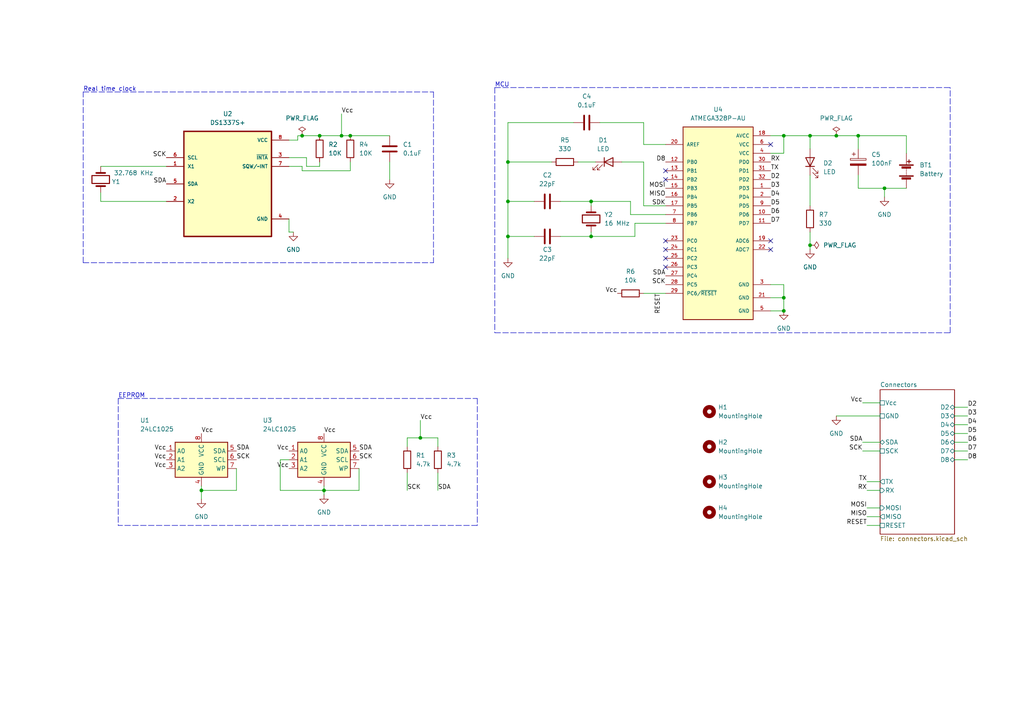
<source format=kicad_sch>
(kicad_sch (version 20211123) (generator eeschema)
  (paper "A4")
  (title_block (title "${project_name}") (date "2022-12-28") (rev "1"))
  (lib_symbols
    (symbol "ATMEGA328P-AU:ATMEGA328P-AU" (pin_names (offset 1.016))
      (property "Reference" "U4" (at 0 33.02 0))
      (property "Value" "ATMEGA328P-AU" (at 0 30.48 0))
      (symbol "ATMEGA328P-AU_0_0"
        (rectangle (start -10.16 -27.94) (end 10.16 27.94) (stroke (width 0.254)) (fill (type background)))
        (pin bidirectional line (at 15.24 10.16 180) (length 5.08) (name "PD3") (number "1"))
        (pin bidirectional line (at 15.24 2.54 180) (length 5.08) (name "PD6") (number "10"))
        (pin bidirectional line (at 15.24 0 180) (length 5.08) (name "PD7") (number "11"))
        (pin bidirectional line (at -15.24 17.78 0) (length 5.08) (name "PB0") (number "12"))
        (pin bidirectional line (at -15.24 15.24 0) (length 5.08) (name "PB1") (number "13"))
        (pin bidirectional line (at -15.24 12.7 0) (length 5.08) (name "PB2") (number "14"))
        (pin bidirectional line (at -15.24 10.16 0) (length 5.08) (name "PB3") (number "15"))
        (pin bidirectional line (at -15.24 7.62 0) (length 5.08) (name "PB4") (number "16"))
        (pin bidirectional line (at -15.24 5.08 0) (length 5.08) (name "PB5") (number "17"))
        (pin power_in line (at 15.24 25.4 180) (length 5.08) (name "AVCC") (number "18"))
        (pin bidirectional line (at 15.24 -5.08 180) (length 5.08) (name "ADC6") (number "19"))
        (pin bidirectional line (at 15.24 7.62 180) (length 5.08) (name "PD4") (number "2"))
        (pin input line (at -15.24 22.86 0) (length 5.08) (name "AREF") (number "20"))
        (pin power_in line (at 15.24 -21.59 180) (length 5.08) (name "GND") (number "21"))
        (pin bidirectional line (at 15.24 -7.62 180) (length 5.08) (name "ADC7") (number "22"))
        (pin bidirectional line (at -15.24 -5.08 0) (length 5.08) (name "PC0") (number "23"))
        (pin bidirectional line (at -15.24 -7.62 0) (length 5.08) (name "PC1") (number "24"))
        (pin bidirectional line (at -15.24 -10.16 0) (length 5.08) (name "PC2") (number "25"))
        (pin bidirectional line (at -15.24 -12.7 0) (length 5.08) (name "PC3") (number "26"))
        (pin bidirectional line (at -15.24 -15.24 0) (length 5.08) (name "PC4") (number "27"))
        (pin bidirectional line (at -15.24 -17.78 0) (length 5.08) (name "PC5") (number "28"))
        (pin bidirectional line (at -15.24 -20.32 0) (length 5.08) (name "PC6/~{RESET}") (number "29"))
        (pin power_in line (at 15.24 -17.78 180) (length 5.08) (name "GND") (number "3"))
        (pin bidirectional line (at 15.24 17.78 180) (length 5.08) (name "PD0") (number "30"))
        (pin bidirectional line (at 15.24 15.24 180) (length 5.08) (name "PD1") (number "31"))
        (pin bidirectional line (at 15.24 12.7 180) (length 5.08) (name "PD2") (number "32"))
        (pin power_in line (at 15.24 20.32 180) (length 5.08) (name "VCC") (number "4"))
        (pin power_in line (at 15.24 -25.4 180) (length 5.08) (name "GND") (number "5"))
        (pin power_in line (at 15.24 22.86 180) (length 5.08) (name "VCC") (number "6"))
        (pin bidirectional line (at -15.24 2.54 0) (length 5.08) (name "PB6") (number "7"))
        (pin bidirectional line (at -15.24 0 0) (length 5.08) (name "PB7") (number "8"))
        (pin bidirectional line (at 15.24 5.08 180) (length 5.08) (name "PD5") (number "9"))
      )
    )
    (symbol "DS1337S_:DS1337S+" (pin_names (offset 1.016))
      (property "Reference" "U" (at -12.7 16.24 0))
      (property "Value" "DS1337S+" (at -12.7 -19.24 0))
      (symbol "DS1337S+_0_0"
        (rectangle (start -12.7 -15.24) (end 12.7 15.24) (stroke (width 0.41)) (fill (type background)))
        (pin input line (at -17.78 5.08 0) (length 5.08) (name "X1") (number "1"))
        (pin bidirectional line (at -17.78 -5.08 0) (length 5.08) (name "X2") (number "2"))
        (pin output line (at 17.78 7.62 180) (length 5.08) (name "~{INTA}") (number "3"))
        (pin power_in line (at 17.78 -10.16 180) (length 5.08) (name "GND") (number "4"))
        (pin bidirectional line (at -17.78 0 0) (length 5.08) (name "SDA") (number "5"))
        (pin input line (at -17.78 7.62 0) (length 5.08) (name "SCL") (number "6"))
        (pin output line (at 17.78 5.08 180) (length 5.08) (name "SQW/~INT") (number "7"))
        (pin power_in line (at 17.78 12.7 180) (length 5.08) (name "VCC") (number "8"))
      )
    )
    (symbol "Device:Battery" (pin_numbers hide) (pin_names (offset 0) hide)
      (property "Reference" "BT" (at 2.54 2.54 0))
      (property "Value" "Battery" (at 2.54 0 0))
      (symbol "Battery_0_1"
        (rectangle (start -2.032 -1.397) (end 2.032 -1.651) (fill (type outline)))
        (rectangle (start -2.032 1.778) (end 2.032 1.524) (fill (type outline)))
        (rectangle (start -1.3208 -1.9812) (end 1.27 -2.4892) (fill (type outline)))
        (rectangle (start -1.3208 1.1938) (end 1.27 0.6858) (fill (type outline)))
        (polyline (pts (xy 0 -1.524) (xy 0 -1.27)))
        (polyline (pts (xy 0 -1.016) (xy 0 -0.762)))
        (polyline (pts (xy 0 -0.508) (xy 0 -0.254)))
        (polyline (pts (xy 0 0) (xy 0 0.254)))
        (polyline (pts (xy 0 0.508) (xy 0 0.762)))
        (polyline (pts (xy 0 1.778) (xy 0 2.54)))
        (polyline (pts (xy 0.254 2.667) (xy 1.27 2.667)) (stroke (width 0.254)))
        (polyline (pts (xy 0.762 3.175) (xy 0.762 2.159)) (stroke (width 0.254)))
      )
      (symbol "Battery_1_1"
        (pin passive line (at 0 5.08 270) (length 2.54) (name "+") (number "1"))
        (pin passive line (at 0 -5.08 90) (length 2.54) (name "-") (number "2"))
      )
    )
    (symbol "Device:C" (pin_numbers hide) (pin_names (offset 0.254))
      (property "Reference" "C" (at 0.635 2.54 0))
      (property "Value" "C" (at 0.635 -2.54 0))
      (symbol "C_0_1"
        (polyline (pts (xy -2.032 -0.762) (xy 2.032 -0.762)) (stroke (width 0.508)))
        (polyline (pts (xy -2.032 0.762) (xy 2.032 0.762)) (stroke (width 0.508)))
      )
      (symbol "C_1_1"
        (pin passive line (at 0 3.81 270) (length 2.794) (name "~") (number "1"))
        (pin passive line (at 0 -3.81 90) (length 2.794) (name "~") (number "2"))
      )
    )
    (symbol "Device:C_Polarized" (pin_numbers hide) (pin_names (offset 0.254))
      (property "Reference" "C" (at 0.635 2.54 0))
      (property "Value" "C_Polarized" (at 0.635 -2.54 0))
      (symbol "C_Polarized_0_1"
        (rectangle (start -2.286 0.508) (end 2.286 1.016))
        (polyline (pts (xy -1.778 2.286) (xy -0.762 2.286)))
        (polyline (pts (xy -1.27 2.794) (xy -1.27 1.778)))
        (rectangle (start 2.286 -0.508) (end -2.286 -1.016) (fill (type outline)))
      )
      (symbol "C_Polarized_1_1"
        (pin passive line (at 0 3.81 270) (length 2.794) (name "~") (number "1"))
        (pin passive line (at 0 -3.81 90) (length 2.794) (name "~") (number "2"))
      )
    )
    (symbol "Device:Crystal" (pin_numbers hide) (pin_names (offset 1.016) hide)
      (property "Reference" "Y" (at 0 3.81 0))
      (property "Value" "Crystal" (at 0 -3.81 0))
      (symbol "Crystal_0_1"
        (rectangle (start -1.143 2.54) (end 1.143 -2.54) (stroke (width 0.3048)))
        (polyline (pts (xy -2.54 0) (xy -1.905 0)))
        (polyline (pts (xy -1.905 -1.27) (xy -1.905 1.27)) (stroke (width 0.508)))
        (polyline (pts (xy 1.905 -1.27) (xy 1.905 1.27)) (stroke (width 0.508)))
        (polyline (pts (xy 2.54 0) (xy 1.905 0)))
      )
      (symbol "Crystal_1_1"
        (pin passive line (at -3.81 0 0) (length 1.27) (name "1") (number "1"))
        (pin passive line (at 3.81 0 180) (length 1.27) (name "2") (number "2"))
      )
    )
    (symbol "Device:LED" (pin_numbers hide) (pin_names (offset 1.016) hide)
      (property "Reference" "D" (at 0 2.54 0))
      (property "Value" "LED" (at 0 -2.54 0))
      (symbol "LED_0_1"
        (polyline (pts (xy -1.27 -1.27) (xy -1.27 1.27)) (stroke (width 0.254)))
        (polyline (pts (xy -1.27 0) (xy 1.27 0)))
        (polyline (pts (xy 1.27 -1.27) (xy 1.27 1.27) (xy -1.27 0) (xy 1.27 -1.27)) (stroke (width 0.254)))
        (polyline (pts (xy -3.048 -0.762) (xy -4.572 -2.286) (xy -3.81 -2.286) (xy -4.572 -2.286) (xy -4.572 -1.524)))
        (polyline (pts (xy -1.778 -0.762) (xy -3.302 -2.286) (xy -2.54 -2.286) (xy -3.302 -2.286) (xy -3.302 -1.524)))
      )
      (symbol "LED_1_1"
        (pin passive line (at -3.81 0 0) (length 2.54) (name "K") (number "1"))
        (pin passive line (at 3.81 0 180) (length 2.54) (name "A") (number "2"))
      )
    )
    (symbol "Device:R" (pin_numbers hide) (pin_names (offset 0))
      (property "Reference" "R" (at 2.032 0 90))
      (property "Value" "R" (at 0 0 90))
      (symbol "R_0_1"
        (rectangle (start -1.016 -2.54) (end 1.016 2.54) (stroke (width 0.254)))
      )
      (symbol "R_1_1"
        (pin passive line (at 0 3.81 270) (length 1.27) (name "~") (number "1"))
        (pin passive line (at 0 -3.81 90) (length 1.27) (name "~") (number "2"))
      )
    )
    (symbol "Mechanical:MountingHole" (pin_names (offset 1.016))
      (property "Reference" "H" (at 0 5.08 0))
      (property "Value" "MountingHole" (at 0 3.175 0))
      (symbol "MountingHole_0_1"
        (circle (center 0 0) (radius 1.27) (stroke (width 1.27)))
      )
    )
    (symbol "Memory_EEPROM:24LC1025"
      (property "Reference" "U" (at -6.35 6.35 0))
      (property "Value" "24LC1025" (at 1.27 6.35 0))
      (symbol "24LC1025_1_1"
        (rectangle (start -7.62 5.08) (end 7.62 -5.08) (stroke (width 0.254)) (fill (type background)))
        (pin input line (at -10.16 2.54 0) (length 2.54) (name "A0") (number "1"))
        (pin input line (at -10.16 0 0) (length 2.54) (name "A1") (number "2"))
        (pin input line (at -10.16 -2.54 0) (length 2.54) (name "A2") (number "3"))
        (pin power_in line (at 0 -7.62 90) (length 2.54) (name "GND") (number "4"))
        (pin bidirectional line (at 10.16 2.54 180) (length 2.54) (name "SDA") (number "5"))
        (pin input line (at 10.16 0 180) (length 2.54) (name "SCL") (number "6"))
        (pin input line (at 10.16 -2.54 180) (length 2.54) (name "WP") (number "7"))
        (pin power_in line (at 0 7.62 270) (length 2.54) (name "VCC") (number "8"))
      )
    )
    (symbol "power:GND" (power) (pin_names (offset 0))
      (property "Value" "GND" (at 0 -3.81 0))
      (symbol "GND_0_1"
        (polyline (pts (xy 0 0) (xy 0 -1.27) (xy 1.27 -1.27) (xy 0 -2.54) (xy -1.27 -1.27) (xy 0 -1.27)))
      )
      (symbol "GND_1_1"
        (pin power_in line (at 0 0 270) (length 0) hide (name "GND") (number "1"))
      )
    )
    (symbol "power:PWR_FLAG" (power) (pin_numbers hide) (pin_names (offset 0) hide)
      (property "Value" "PWR_FLAG" (at 0 3.81 0))
      (symbol "PWR_FLAG_0_0"
        (pin power_out line (at 0 0 90) (length 0) (name "pwr") (number "1"))
      )
      (symbol "PWR_FLAG_0_1"
        (polyline (pts (xy 0 0) (xy 0 1.27) (xy -1.016 1.905) (xy 0 2.54) (xy 1.016 1.905) (xy 0 1.27)))
      )
    )
  )
  (junction (at 242.57 39.37))
  (junction (at 101.6 39.37))
  (junction (at 58.42 142.24))
  (junction (at 227.33 86.36))
  (junction (at 234.95 39.37))
  (junction (at 256.54 54.61))
  (junction (at 171.45 58.42))
  (junction (at 121.92 127))
  (junction (at 99.06 39.37))
  (junction (at 87.63 39.37))
  (junction (at 147.32 68.58))
  (junction (at 227.33 39.37))
  (junction (at 93.98 142.24))
  (junction (at 171.45 68.58))
  (junction (at 234.95 71.12))
  (junction (at 92.71 39.37))
  (junction (at 248.92 39.37))
  (junction (at 147.32 58.42))
  (junction (at 227.33 90.17))
  (junction (at 147.32 46.99))
  (no_connect (at 193.04 74.93))
  (no_connect (at 193.04 72.39))
  (no_connect (at 193.04 49.53))
  (no_connect (at 193.04 69.85))
  (no_connect (at 223.52 69.85))
  (no_connect (at 193.04 77.47))
  (no_connect (at 193.04 52.07))
  (no_connect (at 223.52 72.39))
  (no_connect (at 223.52 41.91))
  (wire (pts (xy 234.95 71.12) (xy 234.95 72.39)))
  (wire (pts (xy 121.92 121.92) (xy 121.92 127)))
  (wire (pts (xy 162.56 68.58) (xy 171.45 68.58)))
  (wire (pts (xy 276.86 120.65) (xy 280.67 120.65)))
  (polyline (pts (xy 143.51 25.4) (xy 143.51 96.52)))
  (wire (pts (xy 29.21 55.88) (xy 29.21 58.42)))
  (wire (pts (xy 250.19 116.84) (xy 255.27 116.84)))
  (polyline (pts (xy 138.43 152.4) (xy 34.29 152.4)))
  (wire (pts (xy 171.45 58.42) (xy 171.45 59.69)))
  (wire (pts (xy 276.86 123.19) (xy 280.67 123.19)))
  (wire (pts (xy 171.45 67.31) (xy 171.45 68.58)))
  (polyline (pts (xy 24.13 76.2) (xy 125.73 76.2)))
  (wire (pts (xy 68.58 135.89) (xy 68.58 142.24)))
  (wire (pts (xy 186.69 46.99) (xy 180.34 46.99)))
  (wire (pts (xy 248.92 39.37) (xy 248.92 43.18)))
  (wire (pts (xy 186.69 35.56) (xy 186.69 41.91)))
  (wire (pts (xy 251.46 152.4) (xy 255.27 152.4)))
  (wire (pts (xy 92.71 46.99) (xy 92.71 48.26)))
  (wire (pts (xy 234.95 39.37) (xy 234.95 43.18)))
  (wire (pts (xy 276.86 125.73) (xy 280.67 125.73)))
  (wire (pts (xy 101.6 49.53) (xy 101.6 46.99)))
  (polyline (pts (xy 275.59 96.52) (xy 275.59 25.4)))
  (wire (pts (xy 193.04 62.23) (xy 182.88 62.23)))
  (wire (pts (xy 83.82 133.35) (xy 81.28 133.35)))
  (polyline (pts (xy 138.43 115.57) (xy 138.43 152.4)))
  (wire (pts (xy 276.86 118.11) (xy 280.67 118.11)))
  (wire (pts (xy 99.06 39.37) (xy 101.6 39.37)))
  (wire (pts (xy 86.36 39.37) (xy 86.36 40.64)))
  (wire (pts (xy 234.95 39.37) (xy 242.57 39.37)))
  (wire (pts (xy 162.56 58.42) (xy 171.45 58.42)))
  (wire (pts (xy 83.82 63.5) (xy 83.82 67.31)))
  (wire (pts (xy 154.94 58.42) (xy 147.32 58.42)))
  (wire (pts (xy 81.28 133.35) (xy 81.28 142.24)))
  (wire (pts (xy 193.04 59.69) (xy 186.69 59.69)))
  (wire (pts (xy 29.21 58.42) (xy 48.26 58.42)))
  (wire (pts (xy 251.46 147.32) (xy 255.27 147.32)))
  (polyline (pts (xy 143.51 96.52) (xy 275.59 96.52)))
  (wire (pts (xy 88.9 45.72) (xy 88.9 48.26)))
  (wire (pts (xy 58.42 142.24) (xy 58.42 140.97)))
  (wire (pts (xy 227.33 86.36) (xy 227.33 90.17)))
  (wire (pts (xy 250.19 128.27) (xy 255.27 128.27)))
  (wire (pts (xy 58.42 144.78) (xy 58.42 142.24)))
  (wire (pts (xy 223.52 86.36) (xy 227.33 86.36)))
  (wire (pts (xy 101.6 39.37) (xy 113.03 39.37)))
  (wire (pts (xy 251.46 139.7) (xy 255.27 139.7)))
  (wire (pts (xy 234.95 67.31) (xy 234.95 71.12)))
  (wire (pts (xy 248.92 50.8) (xy 248.92 54.61)))
  (wire (pts (xy 86.36 39.37) (xy 87.63 39.37)))
  (wire (pts (xy 113.03 46.99) (xy 113.03 52.07)))
  (wire (pts (xy 99.06 33.02) (xy 99.06 39.37)))
  (wire (pts (xy 276.86 128.27) (xy 280.67 128.27)))
  (wire (pts (xy 121.92 127) (xy 127 127)))
  (wire (pts (xy 251.46 142.24) (xy 255.27 142.24)))
  (wire (pts (xy 83.82 67.31) (xy 85.09 67.31)))
  (wire (pts (xy 251.46 149.86) (xy 255.27 149.86)))
  (wire (pts (xy 242.57 39.37) (xy 248.92 39.37)))
  (wire (pts (xy 147.32 35.56) (xy 147.32 46.99)))
  (wire (pts (xy 276.86 133.35) (xy 280.67 133.35)))
  (wire (pts (xy 184.15 68.58) (xy 184.15 64.77)))
  (wire (pts (xy 248.92 39.37) (xy 262.89 39.37)))
  (wire (pts (xy 276.86 130.81) (xy 280.67 130.81)))
  (wire (pts (xy 186.69 41.91) (xy 193.04 41.91)))
  (wire (pts (xy 118.11 129.54) (xy 118.11 127)))
  (polyline (pts (xy 24.13 26.67) (xy 125.73 26.67)))
  (wire (pts (xy 182.88 58.42) (xy 171.45 58.42)))
  (wire (pts (xy 166.37 35.56) (xy 147.32 35.56)))
  (wire (pts (xy 242.57 120.65) (xy 255.27 120.65)))
  (wire (pts (xy 171.45 68.58) (xy 184.15 68.58)))
  (wire (pts (xy 147.32 58.42) (xy 147.32 68.58)))
  (wire (pts (xy 256.54 54.61) (xy 256.54 57.15)))
  (wire (pts (xy 92.71 39.37) (xy 99.06 39.37)))
  (wire (pts (xy 262.89 39.37) (xy 262.89 44.45)))
  (wire (pts (xy 29.21 48.26) (xy 48.26 48.26)))
  (wire (pts (xy 227.33 44.45) (xy 227.33 39.37)))
  (polyline (pts (xy 34.29 115.57) (xy 34.29 152.4)))
  (wire (pts (xy 118.11 137.16) (xy 118.11 142.24)))
  (wire (pts (xy 88.9 48.26) (xy 92.71 48.26)))
  (polyline (pts (xy 34.29 115.57) (xy 138.43 115.57)))
  (polyline (pts (xy 125.73 26.67) (xy 125.73 76.2)))
  (wire (pts (xy 127 137.16) (xy 127 142.24)))
  (wire (pts (xy 223.52 90.17) (xy 227.33 90.17)))
  (wire (pts (xy 227.33 39.37) (xy 234.95 39.37)))
  (wire (pts (xy 182.88 62.23) (xy 182.88 58.42)))
  (wire (pts (xy 227.33 82.55) (xy 227.33 86.36)))
  (wire (pts (xy 250.19 130.81) (xy 255.27 130.81)))
  (wire (pts (xy 87.63 48.26) (xy 87.63 49.53)))
  (wire (pts (xy 248.92 54.61) (xy 256.54 54.61)))
  (wire (pts (xy 186.69 85.09) (xy 193.04 85.09)))
  (wire (pts (xy 160.02 46.99) (xy 147.32 46.99)))
  (wire (pts (xy 167.64 46.99) (xy 172.72 46.99)))
  (wire (pts (xy 93.98 143.51) (xy 93.98 142.24)))
  (wire (pts (xy 186.69 59.69) (xy 186.69 46.99)))
  (wire (pts (xy 147.32 46.99) (xy 147.32 58.42)))
  (wire (pts (xy 147.32 68.58) (xy 147.32 74.93)))
  (wire (pts (xy 83.82 45.72) (xy 88.9 45.72)))
  (polyline (pts (xy 143.51 25.4) (xy 275.59 25.4)))
  (wire (pts (xy 68.58 142.24) (xy 58.42 142.24)))
  (wire (pts (xy 223.52 39.37) (xy 227.33 39.37)))
  (wire (pts (xy 234.95 50.8) (xy 234.95 59.69)))
  (wire (pts (xy 118.11 127) (xy 121.92 127)))
  (wire (pts (xy 223.52 44.45) (xy 227.33 44.45)))
  (wire (pts (xy 256.54 54.61) (xy 262.89 54.61)))
  (wire (pts (xy 173.99 35.56) (xy 186.69 35.56)))
  (wire (pts (xy 184.15 64.77) (xy 193.04 64.77)))
  (wire (pts (xy 86.36 40.64) (xy 83.82 40.64)))
  (wire (pts (xy 104.14 135.89) (xy 104.14 142.24)))
  (wire (pts (xy 147.32 68.58) (xy 154.94 68.58)))
  (wire (pts (xy 104.14 142.24) (xy 93.98 142.24)))
  (wire (pts (xy 81.28 142.24) (xy 93.98 142.24)))
  (polyline (pts (xy 24.13 76.2) (xy 24.13 26.67)))
  (wire (pts (xy 87.63 49.53) (xy 101.6 49.53)))
  (wire (pts (xy 87.63 39.37) (xy 92.71 39.37)))
  (wire (pts (xy 223.52 82.55) (xy 227.33 82.55)))
  (wire (pts (xy 93.98 142.24) (xy 93.98 140.97)))
  (wire (pts (xy 83.82 48.26) (xy 87.63 48.26)))
  (wire (pts (xy 127 127) (xy 127 129.54)))
  (text "MCU\n" (at 143.51 25.4 0) (effects (font (size 1.27 1.27)) (justify left bottom)))
  (text "Real time clock\n" (at 24.13 26.67 0) (effects (font (size 1.27 1.27)) (justify left bottom)))
  (text "EEPROM" (at 34.29 115.57 0) (effects (font (size 1.27 1.27)) (justify left bottom)))
  (label "SDA" (at 127 142.24 0))
  (label "Vcc" (at 48.26 130.81 180))
  (label "MISO" (at 193.04 57.15 180))
  (label "SCK" (at 118.11 142.24 0))
  (label "Vcc" (at 83.82 135.89 180))
  (label "Vcc" (at 99.06 33.02 0))
  (label "D5" (at 223.52 59.69 0))
  (label "SDA" (at 48.26 53.34 180))
  (label "SCK" (at 250.19 130.81 180))
  (label "Vcc" (at 121.92 121.92 0))
  (label "D4" (at 280.67 123.19 0))
  (label "Vcc" (at 58.42 125.73 0))
  (label "D2" (at 223.52 52.07 0))
  (label "SDA" (at 68.58 130.81 0))
  (label "TX" (at 251.46 139.7 180))
  (label "SDA" (at 104.14 130.81 0))
  (label "D2" (at 280.67 118.11 0))
  (label "RX" (at 223.52 46.99 0))
  (label "RX" (at 251.46 142.24 180))
  (label "D3" (at 280.67 120.65 0))
  (label "RESET" (at 251.46 152.4 180))
  (label "D4" (at 223.52 57.15 0))
  (label "SCK" (at 48.26 45.72 180))
  (label "D3" (at 223.52 54.61 0))
  (label "MOSI" (at 251.46 147.32 180))
  (label "SDA" (at 193.04 80.01 180))
  (label "D7" (at 223.52 64.77 0))
  (label "Vcc" (at 93.98 125.73 0))
  (label "Vcc" (at 250.19 116.84 180))
  (label "SCK" (at 68.58 133.35 0))
  (label "Vcc" (at 83.82 130.81 180))
  (label "Vcc" (at 48.26 135.89 180))
  (label "RESET" (at 191.77 85.09 270))
  (label "SCK" (at 104.14 133.35 0))
  (label "D8" (at 193.04 46.99 180))
  (label "MISO" (at 251.46 149.86 180))
  (label "D5" (at 280.67 125.73 0))
  (label "TX" (at 223.52 49.53 0))
  (label "MOSI" (at 193.04 54.61 180))
  (label "D7" (at 280.67 130.81 0))
  (label "D6" (at 223.52 62.23 0))
  (label "Vcc" (at 48.26 133.35 180))
  (label "D6" (at 280.67 128.27 0))
  (label "SCK" (at 193.04 82.55 180))
  (label "D8" (at 280.67 133.35 0))
  (label "Vcc" (at 179.07 85.09 180))
  (label "SDK" (at 193.04 59.69 180))
  (label "SDA" (at 250.19 128.27 180))
  (symbol (lib_id "power:GND") (at 85.09 67.31 0) (unit 1)
    (property "Reference" "#PWR0102" (effects hide))
    (property "Value" "GND" (at 85.09 72.39 0))
  )
  (symbol (lib_id "Device:Battery") (at 262.89 49.53 0) (unit 1)
    (property "Reference" "BT1" (at 266.7 47.8789 0) (effects (justify left)))
    (property "Value" "Battery" (at 266.7 50.4189 0) (effects (justify left)))
    (property "Footprint" "Connector_PinHeader_2.54mm:PinHeader_1x02_P2.54mm_Vertical" (effects hide))
  )
  (symbol (lib_id "Device:R") (at 163.83 46.99 90) (unit 1)
    (property "Reference" "R5" (at 163.83 40.64 90))
    (property "Value" "330" (at 163.83 43.18 90))
    (property "Footprint" "Resistor_SMD:R_0805_2012Metric" (effects hide))
  )
  (symbol (lib_id "Device:R") (at 118.11 133.35 0) (unit 1)
    (property "Reference" "R1" (at 120.65 132.0799 0) (effects (justify left)))
    (property "Value" "4.7k" (at 120.65 134.6199 0) (effects (justify left)))
    (property "Footprint" "Resistor_SMD:R_0805_2012Metric" (effects hide))
  )
  (symbol (lib_id "power:GND") (at 147.32 74.93 0) (unit 1)
    (property "Reference" "#PWR0106" (effects hide))
    (property "Value" "GND" (at 147.32 80.01 0))
  )
  (symbol (lib_id "Memory_EEPROM:24LC1025") (at 58.42 133.35 0) (unit 1)
    (property "Reference" "U1" (at 40.64 121.92 0) (effects (justify left)))
    (property "Value" "24LC1025" (at 40.64 124.46 0) (effects (justify left)))
    (property "Footprint" "Package_SO:SOIC-8_5.23x5.23mm_P1.27mm" (effects hide))
    (property "Datasheet" "http://ww1.microchip.com/downloads/en/DeviceDoc/21941B.pdf" (effects hide))
  )
  (symbol (lib_id "power:GND") (at 58.42 144.78 0) (unit 1)
    (property "Reference" "#PWR0105" (effects hide))
    (property "Value" "GND" (at 58.42 149.86 0))
  )
  (symbol (lib_id "ATMEGA328P-AU:ATMEGA328P-AU") (at 208.28 64.77 0) (unit 1)
    (property "Reference" "U4" (at 208.28 31.75 0))
    (property "Value" "ATMEGA328P-AU" (at 208.28 34.29 0))
    (property "Footprint" "ATMEGA328P-AU:QFP80P900X900X120-32N" (effects hide))
    (property "MANUFACTURER" "Atmel" (effects hide))
  )
  (symbol (lib_id "power:GND") (at 227.33 90.17 0) (unit 1)
    (property "Reference" "#PWR0108" (effects hide))
    (property "Value" "GND" (at 227.33 95.25 0))
  )
  (symbol (lib_id "Device:R") (at 101.6 43.18 0) (unit 1)
    (property "Reference" "R4" (at 104.14 41.9099 0) (effects (justify left)))
    (property "Value" "10K" (at 104.14 44.4499 0) (effects (justify left)))
    (property "Footprint" "Resistor_SMD:R_0805_2012Metric" (effects hide))
  )
  (symbol (lib_id "Device:R") (at 182.88 85.09 90) (unit 1)
    (property "Reference" "R6" (at 182.88 78.74 90))
    (property "Value" "10k" (at 182.88 81.28 90))
    (property "Footprint" "Resistor_SMD:R_0805_2012Metric" (effects hide))
  )
  (symbol (lib_id "power:PWR_FLAG") (at 234.95 71.12 270) (unit 1)
    (property "Reference" "#FLG0102" (effects hide))
    (property "Value" "PWR_FLAG" (at 238.76 71.1199 90) (effects (justify left)))
  )
  (symbol (lib_id "Mechanical:MountingHole") (at 205.74 129.54 0) (unit 1)
    (property "Reference" "H2" (at 208.28 128.2699 0) (effects (justify left)))
    (property "Value" "MountingHole" (at 208.28 130.8099 0) (effects (justify left)))
    (property "Footprint" "MountingHole:MountingHole_2.1mm" (effects hide))
  )
  (symbol (lib_id "Memory_EEPROM:24LC1025") (at 93.98 133.35 0) (unit 1)
    (property "Reference" "U3" (at 76.2 121.92 0) (effects (justify left)))
    (property "Value" "24LC1025" (at 76.2 124.46 0) (effects (justify left)))
    (property "Footprint" "Package_SO:SOIC-8_5.23x5.23mm_P1.27mm" (effects hide))
    (property "Datasheet" "http://ww1.microchip.com/downloads/en/DeviceDoc/21941B.pdf" (effects hide))
  )
  (symbol (lib_id "power:GND") (at 234.95 72.39 0) (unit 1)
    (property "Reference" "#PWR0101" (effects hide))
    (property "Value" "GND" (at 234.95 77.47 0))
  )
  (symbol (lib_id "Device:LED") (at 176.53 46.99 0) (unit 1)
    (property "Reference" "D1" (at 174.9425 40.64 0))
    (property "Value" "LED" (at 174.9425 43.18 0))
    (property "Footprint" "LED_SMD:LED_0805_2012Metric" (effects hide))
  )
  (symbol (lib_id "power:PWR_FLAG") (at 87.63 39.37 0) (unit 1)
    (property "Reference" "#FLG0103" (effects hide))
    (property "Value" "PWR_FLAG" (at 87.63 34.29 0))
  )
  (symbol (lib_id "Mechanical:MountingHole") (at 205.74 139.7 0) (unit 1)
    (property "Reference" "H3" (at 208.28 138.4299 0) (effects (justify left)))
    (property "Value" "MountingHole" (at 208.28 140.9699 0) (effects (justify left)))
    (property "Footprint" "MountingHole:MountingHole_2.1mm" (effects hide))
  )
  (symbol (lib_id "power:GND") (at 113.03 52.07 0) (unit 1)
    (property "Reference" "#PWR0103" (effects hide))
    (property "Value" "GND" (at 113.03 57.15 0))
  )
  (symbol (lib_id "Device:R") (at 234.95 63.5 0) (unit 1)
    (property "Reference" "R7" (at 237.49 62.2299 0) (effects (justify left)))
    (property "Value" "330" (at 237.49 64.7699 0) (effects (justify left)))
    (property "Footprint" "Resistor_SMD:R_0805_2012Metric" (effects hide))
  )
  (symbol (lib_id "power:GND") (at 256.54 57.15 0) (unit 1)
    (property "Reference" "#PWR0107" (effects hide))
    (property "Value" "GND" (at 256.54 62.23 0))
  )
  (symbol (lib_id "power:GND") (at 93.98 143.51 0) (unit 1)
    (property "Reference" "#PWR0104" (effects hide))
    (property "Value" "GND" (at 93.98 148.59 0))
  )
  (symbol (lib_id "Device:C") (at 158.75 68.58 90) (unit 1)
    (property "Reference" "C3" (at 158.75 72.39 90))
    (property "Value" "22pF" (at 158.75 74.93 90))
    (property "Footprint" "Capacitor_SMD:C_0805_2012Metric" (effects hide))
  )
  (symbol (lib_id "Device:R") (at 92.71 43.18 0) (unit 1)
    (property "Reference" "R2" (at 95.25 41.9099 0) (effects (justify left)))
    (property "Value" "10K" (at 95.25 44.4499 0) (effects (justify left)))
    (property "Footprint" "Resistor_SMD:R_0805_2012Metric" (effects hide))
  )
  (symbol (lib_id "power:PWR_FLAG") (at 242.57 39.37 0) (unit 1)
    (property "Reference" "#FLG0101" (effects hide))
    (property "Value" "PWR_FLAG" (at 242.57 34.29 0))
  )
  (symbol (lib_id "Device:C") (at 158.75 58.42 90) (unit 1)
    (property "Reference" "C2" (at 158.75 50.8 90))
    (property "Value" "22pF" (at 158.75 53.34 90))
    (property "Footprint" "Capacitor_SMD:C_0805_2012Metric" (effects hide))
  )
  (symbol (lib_id "power:GND") (at 242.57 120.65 0) (unit 1)
    (property "Reference" "#PWR0109" (effects hide))
    (property "Value" "GND" (at 242.57 125.73 0))
  )
  (symbol (lib_id "Device:C") (at 113.03 43.18 0) (unit 1)
    (property "Reference" "C1" (at 116.84 41.9099 0) (effects (justify left)))
    (property "Value" "0.1uF" (at 116.84 44.4499 0) (effects (justify left)))
    (property "Footprint" "Capacitor_SMD:C_0805_2012Metric" (effects hide))
  )
  (symbol (lib_id "DS1337S_:DS1337S+") (at 66.04 53.34 0) (unit 1)
    (property "Reference" "U2" (at 66.04 33.02 0))
    (property "Value" "DS1337S+" (at 66.04 35.56 0))
    (property "Footprint" "DS1337S_:SOIC127P600X175-8N" (effects hide))
  )
  (symbol (lib_id "Mechanical:MountingHole") (at 205.74 119.38 0) (unit 1)
    (property "Reference" "H1" (at 208.28 118.1099 0) (effects (justify left)))
    (property "Value" "MountingHole" (at 208.28 120.6499 0) (effects (justify left)))
    (property "Footprint" "MountingHole:MountingHole_2.1mm" (effects hide))
  )
  (symbol (lib_id "Device:Crystal") (at 29.21 52.07 270) (unit 1)
    (property "Reference" "Y1" (at 33.655 52.705 90))
    (property "Value" "32.768 KHz" (at 38.735 50.165 90))
    (property "Footprint" "Crystal:Crystal_SMD_5032-2Pin_5.0x3.2mm_HandSoldering" (effects hide))
  )
  (symbol (lib_id "Mechanical:MountingHole") (at 205.74 148.59 0) (unit 1)
    (property "Reference" "H4" (at 208.28 147.3199 0) (effects (justify left)))
    (property "Value" "MountingHole" (at 208.28 149.8599 0) (effects (justify left)))
    (property "Footprint" "MountingHole:MountingHole_2.1mm" (effects hide))
  )
  (symbol (lib_id "Device:C") (at 170.18 35.56 90) (unit 1)
    (property "Reference" "C4" (at 170.18 27.94 90))
    (property "Value" "0.1uF" (at 170.18 30.48 90))
    (property "Footprint" "Capacitor_SMD:C_0805_2012Metric" (effects hide))
  )
  (symbol (lib_id "Device:Crystal") (at 171.45 63.5 90) (unit 1)
    (property "Reference" "Y2" (at 175.26 62.2299 90) (effects (justify right)))
    (property "Value" "16 MHz" (at 175.26 64.7699 90) (effects (justify right)))
    (property "Footprint" "Crystal:Crystal_SMD_5032-2Pin_5.0x3.2mm_HandSoldering" (effects hide))
  )
  (symbol (lib_id "Device:R") (at 127 133.35 0) (unit 1)
    (property "Reference" "R3" (at 129.54 132.0799 0) (effects (justify left)))
    (property "Value" "4.7k" (at 129.54 134.6199 0) (effects (justify left)))
    (property "Footprint" "Resistor_SMD:R_0805_2012Metric" (effects hide))
  )
  (symbol (lib_id "Device:C_Polarized") (at 248.92 46.99 0) (unit 1)
    (property "Reference" "C5" (at 252.73 44.8309 0) (effects (justify left)))
    (property "Value" "100nF" (at 252.73 47.3709 0) (effects (justify left)))
    (property "Footprint" "Capacitor_SMD:C_0805_2012Metric" (effects hide))
  )
  (symbol (lib_id "Device:LED") (at 234.95 46.99 90) (unit 1)
    (property "Reference" "D2" (at 238.76 47.3074 90) (effects (justify right)))
    (property "Value" "LED" (at 238.76 49.8474 90) (effects (justify right)))
    (property "Footprint" "LED_SMD:LED_0805_2012Metric" (effects hide))
  )
  (sheet (at 255.27 113.03) (size 21.59 41.91) (stroke (width 0.1524))
    (property "Sheet name" "Connectors" (at 255.27 112.3184 0) (effects (justify left bottom)))
    (property "Sheet file" "connectors.kicad_sch" (at 255.27 155.5246 0) (effects (justify left top)))
    (pin "Vcc" passive (at 255.27 116.84 180))
    (pin "SCK" passive (at 255.27 130.81 180))
    (pin "SDA" bidirectional (at 255.27 128.27 180))
    (pin "GND" passive (at 255.27 120.65 180))
    (pin "D8" bidirectional (at 276.86 133.35 0))
    (pin "RESET" passive (at 255.27 152.4 180))
    (pin "TX" output (at 255.27 139.7 180))
    (pin "RX" input (at 255.27 142.24 180))
    (pin "D7" bidirectional (at 276.86 130.81 0))
    (pin "D4" bidirectional (at 276.86 123.19 0))
    (pin "D5" bidirectional (at 276.86 125.73 0))
    (pin "D6" bidirectional (at 276.86 128.27 0))
    (pin "D2" bidirectional (at 276.86 118.11 0))
    (pin "D3" bidirectional (at 276.86 120.65 0))
    (pin "MOSI" input (at 255.27 147.32 180))
    (pin "MISO" output (at 255.27 149.86 180))
  )
)
</source>
